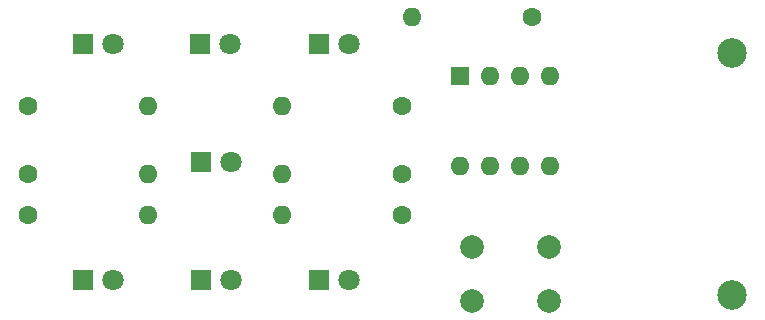
<source format=gbr>
G04 #@! TF.GenerationSoftware,KiCad,Pcbnew,5.0.0*
G04 #@! TF.CreationDate,2018-08-27T22:55:41+02:00*
G04 #@! TF.ProjectId,Wuerfel,5775657266656C2E6B696361645F7063,rev?*
G04 #@! TF.SameCoordinates,Original*
G04 #@! TF.FileFunction,Copper,L2,Bot,Signal*
G04 #@! TF.FilePolarity,Positive*
%FSLAX46Y46*%
G04 Gerber Fmt 4.6, Leading zero omitted, Abs format (unit mm)*
G04 Created by KiCad (PCBNEW 5.0.0) date Mon Aug 27 22:55:41 2018*
%MOMM*%
%LPD*%
G01*
G04 APERTURE LIST*
G04 #@! TA.AperFunction,ComponentPad*
%ADD10C,2.500000*%
G04 #@! TD*
G04 #@! TA.AperFunction,ComponentPad*
%ADD11C,1.800000*%
G04 #@! TD*
G04 #@! TA.AperFunction,ComponentPad*
%ADD12R,1.800000X1.800000*%
G04 #@! TD*
G04 #@! TA.AperFunction,ComponentPad*
%ADD13O,1.600000X1.600000*%
G04 #@! TD*
G04 #@! TA.AperFunction,ComponentPad*
%ADD14C,1.600000*%
G04 #@! TD*
G04 #@! TA.AperFunction,ComponentPad*
%ADD15C,2.000000*%
G04 #@! TD*
G04 #@! TA.AperFunction,ComponentPad*
%ADD16R,1.600000X1.600000*%
G04 #@! TD*
G04 APERTURE END LIST*
D10*
G04 #@! TO.P,BT1,2*
G04 #@! TO.N,GND*
X183000000Y-64000000D03*
G04 #@! TO.P,BT1,1*
G04 #@! TO.N,/+3V*
X183000000Y-84500000D03*
G04 #@! TD*
D11*
G04 #@! TO.P,D1,2*
G04 #@! TO.N,Net-(D1-Pad2)*
X140540000Y-73250000D03*
D12*
G04 #@! TO.P,D1,1*
G04 #@! TO.N,GND*
X138000000Y-73250000D03*
G04 #@! TD*
D11*
G04 #@! TO.P,D2,2*
G04 #@! TO.N,Net-(D2-Pad2)*
X150540000Y-63250000D03*
D12*
G04 #@! TO.P,D2,1*
G04 #@! TO.N,GND*
X148000000Y-63250000D03*
G04 #@! TD*
D11*
G04 #@! TO.P,D3,2*
G04 #@! TO.N,Net-(D3-Pad2)*
X130540000Y-83250000D03*
D12*
G04 #@! TO.P,D3,1*
G04 #@! TO.N,GND*
X128000000Y-83250000D03*
G04 #@! TD*
D11*
G04 #@! TO.P,D4,2*
G04 #@! TO.N,Net-(D4-Pad2)*
X130540000Y-63250000D03*
D12*
G04 #@! TO.P,D4,1*
G04 #@! TO.N,GND*
X128000000Y-63250000D03*
G04 #@! TD*
D11*
G04 #@! TO.P,D5,2*
G04 #@! TO.N,Net-(D5-Pad2)*
X150540000Y-83250000D03*
D12*
G04 #@! TO.P,D5,1*
G04 #@! TO.N,GND*
X148000000Y-83250000D03*
G04 #@! TD*
D11*
G04 #@! TO.P,D6,2*
G04 #@! TO.N,Net-(D6-Pad2)*
X140500000Y-63250000D03*
D12*
G04 #@! TO.P,D6,1*
G04 #@! TO.N,GND*
X137960000Y-63250000D03*
G04 #@! TD*
D11*
G04 #@! TO.P,D7,2*
G04 #@! TO.N,Net-(D7-Pad2)*
X140540000Y-83250000D03*
D12*
G04 #@! TO.P,D7,1*
G04 #@! TO.N,GND*
X138000000Y-83250000D03*
G04 #@! TD*
D13*
G04 #@! TO.P,R1,2*
G04 #@! TO.N,Net-(D1-Pad2)*
X144840000Y-74250000D03*
D14*
G04 #@! TO.P,R1,1*
G04 #@! TO.N,Net-(R1-Pad1)*
X155000000Y-74250000D03*
G04 #@! TD*
D13*
G04 #@! TO.P,R2,2*
G04 #@! TO.N,Net-(D2-Pad2)*
X144840000Y-68500000D03*
D14*
G04 #@! TO.P,R2,1*
G04 #@! TO.N,Net-(R2-Pad1)*
X155000000Y-68500000D03*
G04 #@! TD*
D13*
G04 #@! TO.P,R3,2*
G04 #@! TO.N,Net-(D3-Pad2)*
X133500000Y-74250000D03*
D14*
G04 #@! TO.P,R3,1*
G04 #@! TO.N,Net-(R2-Pad1)*
X123340000Y-74250000D03*
G04 #@! TD*
D13*
G04 #@! TO.P,R4,2*
G04 #@! TO.N,Net-(D4-Pad2)*
X133500000Y-68500000D03*
D14*
G04 #@! TO.P,R4,1*
G04 #@! TO.N,Net-(R4-Pad1)*
X123340000Y-68500000D03*
G04 #@! TD*
D13*
G04 #@! TO.P,R5,2*
G04 #@! TO.N,Net-(D5-Pad2)*
X144840000Y-77750000D03*
D14*
G04 #@! TO.P,R5,1*
G04 #@! TO.N,Net-(R4-Pad1)*
X155000000Y-77750000D03*
G04 #@! TD*
D13*
G04 #@! TO.P,R6,2*
G04 #@! TO.N,Net-(D6-Pad2)*
X155840000Y-61000000D03*
D14*
G04 #@! TO.P,R6,1*
G04 #@! TO.N,Net-(R6-Pad1)*
X166000000Y-61000000D03*
G04 #@! TD*
D13*
G04 #@! TO.P,R7,2*
G04 #@! TO.N,Net-(D7-Pad2)*
X133500000Y-77750000D03*
D14*
G04 #@! TO.P,R7,1*
G04 #@! TO.N,Net-(R6-Pad1)*
X123340000Y-77750000D03*
G04 #@! TD*
D15*
G04 #@! TO.P,SW1,1*
G04 #@! TO.N,GND*
X167500000Y-85000000D03*
G04 #@! TO.P,SW1,2*
G04 #@! TO.N,Net-(SW1-Pad2)*
X167500000Y-80500000D03*
G04 #@! TO.P,SW1,1*
G04 #@! TO.N,GND*
X161000000Y-85000000D03*
G04 #@! TO.P,SW1,2*
G04 #@! TO.N,Net-(SW1-Pad2)*
X161000000Y-80500000D03*
G04 #@! TD*
D13*
G04 #@! TO.P,U1,8*
G04 #@! TO.N,/+3V*
X159920000Y-73620000D03*
G04 #@! TO.P,U1,4*
G04 #@! TO.N,GND*
X167540000Y-66000000D03*
G04 #@! TO.P,U1,7*
G04 #@! TO.N,Net-(R2-Pad1)*
X162460000Y-73620000D03*
G04 #@! TO.P,U1,3*
G04 #@! TO.N,Net-(R6-Pad1)*
X165000000Y-66000000D03*
G04 #@! TO.P,U1,6*
G04 #@! TO.N,Net-(R1-Pad1)*
X165000000Y-73620000D03*
G04 #@! TO.P,U1,2*
G04 #@! TO.N,Net-(R4-Pad1)*
X162460000Y-66000000D03*
G04 #@! TO.P,U1,5*
G04 #@! TO.N,Net-(SW1-Pad2)*
X167540000Y-73620000D03*
D16*
G04 #@! TO.P,U1,1*
G04 #@! TO.N,/+3V*
X159920000Y-66000000D03*
G04 #@! TD*
M02*

</source>
